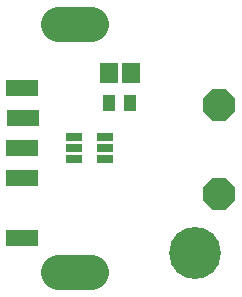
<source format=gts>
G75*
G70*
%OFA0B0*%
%FSLAX24Y24*%
%IPPOS*%
%LPD*%
%AMOC8*
5,1,8,0,0,1.08239X$1,22.5*
%
%ADD10R,0.0552X0.0297*%
%ADD11C,0.1175*%
%ADD12R,0.0592X0.0671*%
%ADD13R,0.0395X0.0552*%
%ADD14OC8,0.1080*%
%ADD15R,0.1080X0.0580*%
%ADD16C,0.1730*%
D10*
X004147Y004782D03*
X004147Y005156D03*
X004147Y005530D03*
X005170Y005530D03*
X005170Y005156D03*
X005170Y004782D03*
D11*
X004706Y001022D02*
X003611Y001022D01*
X003611Y009290D02*
X004706Y009290D01*
D12*
X005284Y007656D03*
X006032Y007656D03*
D13*
X006013Y006656D03*
X005304Y006656D03*
D14*
X008958Y006586D03*
X008958Y003626D03*
D15*
X002398Y002156D03*
X002398Y004156D03*
X002398Y005156D03*
X002418Y006156D03*
X002398Y007156D03*
D16*
X008158Y001656D03*
M02*

</source>
